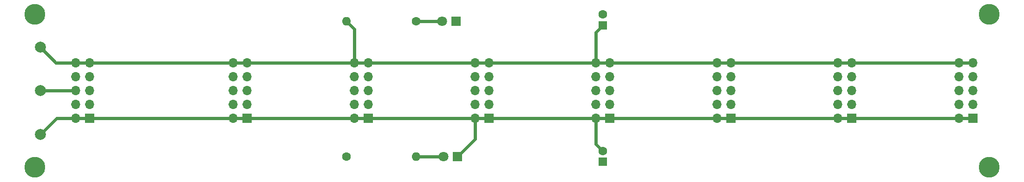
<source format=gtl>
G04 #@! TF.GenerationSoftware,KiCad,Pcbnew,(5.1.9)-1*
G04 #@! TF.CreationDate,2021-10-01T15:00:59+02:00*
G04 #@! TF.ProjectId,Distrib,44697374-7269-4622-9e6b-696361645f70,rev?*
G04 #@! TF.SameCoordinates,Original*
G04 #@! TF.FileFunction,Copper,L1,Top*
G04 #@! TF.FilePolarity,Positive*
%FSLAX46Y46*%
G04 Gerber Fmt 4.6, Leading zero omitted, Abs format (unit mm)*
G04 Created by KiCad (PCBNEW (5.1.9)-1) date 2021-10-01 15:00:59*
%MOMM*%
%LPD*%
G01*
G04 APERTURE LIST*
G04 #@! TA.AperFunction,ComponentPad*
%ADD10C,2.000000*%
G04 #@! TD*
G04 #@! TA.AperFunction,ComponentPad*
%ADD11O,1.600000X1.600000*%
G04 #@! TD*
G04 #@! TA.AperFunction,ComponentPad*
%ADD12C,1.600000*%
G04 #@! TD*
G04 #@! TA.AperFunction,ComponentPad*
%ADD13O,1.700000X1.700000*%
G04 #@! TD*
G04 #@! TA.AperFunction,ComponentPad*
%ADD14R,1.700000X1.700000*%
G04 #@! TD*
G04 #@! TA.AperFunction,ComponentPad*
%ADD15C,1.800000*%
G04 #@! TD*
G04 #@! TA.AperFunction,ComponentPad*
%ADD16R,1.800000X1.800000*%
G04 #@! TD*
G04 #@! TA.AperFunction,ComponentPad*
%ADD17R,1.600000X1.600000*%
G04 #@! TD*
G04 #@! TA.AperFunction,ViaPad*
%ADD18C,3.800000*%
G04 #@! TD*
G04 #@! TA.AperFunction,Conductor*
%ADD19C,0.600000*%
G04 #@! TD*
G04 APERTURE END LIST*
D10*
X55000000Y-79000000D03*
X55000000Y-70925000D03*
X55000000Y-63000000D03*
D11*
X123500000Y-83000000D03*
D12*
X110800000Y-83000000D03*
D11*
X110800000Y-58230000D03*
D12*
X123500000Y-58230000D03*
D13*
X61460000Y-65840000D03*
X64000000Y-65840000D03*
X61460000Y-68380000D03*
X64000000Y-68380000D03*
X61460000Y-70920000D03*
X64000000Y-70920000D03*
X61460000Y-73460000D03*
X64000000Y-73460000D03*
X61460000Y-76000000D03*
D14*
X64000000Y-76000000D03*
D13*
X90170000Y-65840000D03*
X92710000Y-65840000D03*
X90170000Y-68380000D03*
X92710000Y-68380000D03*
X90170000Y-70920000D03*
X92710000Y-70920000D03*
X90170000Y-73460000D03*
X92710000Y-73460000D03*
X90170000Y-76000000D03*
D14*
X92710000Y-76000000D03*
D13*
X222460000Y-65840000D03*
X225000000Y-65840000D03*
X222460000Y-68380000D03*
X225000000Y-68380000D03*
X222460000Y-70920000D03*
X225000000Y-70920000D03*
X222460000Y-73460000D03*
X225000000Y-73460000D03*
X222460000Y-76000000D03*
D14*
X225000000Y-76000000D03*
D13*
X112218333Y-65840000D03*
X114758333Y-65840000D03*
X112218333Y-68380000D03*
X114758333Y-68380000D03*
X112218333Y-70920000D03*
X114758333Y-70920000D03*
X112218333Y-73460000D03*
X114758333Y-73460000D03*
X112218333Y-76000000D03*
D14*
X114758333Y-76000000D03*
D13*
X156314999Y-65840000D03*
X158854999Y-65840000D03*
X156314999Y-68380000D03*
X158854999Y-68380000D03*
X156314999Y-70920000D03*
X158854999Y-70920000D03*
X156314999Y-73460000D03*
X158854999Y-73460000D03*
X156314999Y-76000000D03*
D14*
X158854999Y-76000000D03*
D13*
X134266666Y-65840000D03*
X136806666Y-65840000D03*
X134266666Y-68380000D03*
X136806666Y-68380000D03*
X134266666Y-70920000D03*
X136806666Y-70920000D03*
X134266666Y-73460000D03*
X136806666Y-73460000D03*
X134266666Y-76000000D03*
D14*
X136806666Y-76000000D03*
D13*
X200411665Y-65840000D03*
X202951665Y-65840000D03*
X200411665Y-68380000D03*
X202951665Y-68380000D03*
X200411665Y-70920000D03*
X202951665Y-70920000D03*
X200411665Y-73460000D03*
X202951665Y-73460000D03*
X200411665Y-76000000D03*
D14*
X202951665Y-76000000D03*
D13*
X178363332Y-65840000D03*
X180903332Y-65840000D03*
X178363332Y-68380000D03*
X180903332Y-68380000D03*
X178363332Y-70920000D03*
X180903332Y-70920000D03*
X178363332Y-73460000D03*
X180903332Y-73460000D03*
X178363332Y-76000000D03*
D14*
X180903332Y-76000000D03*
D15*
X128530000Y-83000000D03*
D16*
X131070000Y-83000000D03*
D15*
X128260000Y-58230000D03*
D16*
X130800000Y-58230000D03*
D12*
X157579999Y-82000000D03*
D17*
X157579999Y-84000000D03*
D12*
X157579999Y-57000000D03*
D17*
X157579999Y-59000000D03*
D18*
X54000000Y-57000000D03*
X228000000Y-85000000D03*
X228000000Y-57000000D03*
X54000000Y-85000000D03*
D19*
X55005000Y-70920000D02*
X55000000Y-70925000D01*
X61460000Y-70920000D02*
X55005000Y-70920000D01*
X57840000Y-65840000D02*
X55000000Y-63000000D01*
X61460000Y-65840000D02*
X57840000Y-65840000D01*
X61460000Y-65840000D02*
X64000000Y-65840000D01*
X64000000Y-65840000D02*
X90170000Y-65840000D01*
X90170000Y-65840000D02*
X92710000Y-65840000D01*
X92710000Y-65840000D02*
X112218333Y-65840000D01*
X112218333Y-65840000D02*
X114758333Y-65840000D01*
X114758333Y-65840000D02*
X134266666Y-65840000D01*
X134266666Y-65840000D02*
X136806666Y-65840000D01*
X136806666Y-65840000D02*
X156314999Y-65840000D01*
X158854999Y-65840000D02*
X156314999Y-65840000D01*
X158854999Y-65840000D02*
X178363332Y-65840000D01*
X178363332Y-65840000D02*
X180903332Y-65840000D01*
X180903332Y-65840000D02*
X200411665Y-65840000D01*
X200411665Y-65840000D02*
X202951665Y-65840000D01*
X202951665Y-65840000D02*
X222460000Y-65840000D01*
X222460000Y-65840000D02*
X225000000Y-65840000D01*
X156314999Y-60265000D02*
X157579999Y-59000000D01*
X156314999Y-65840000D02*
X156314999Y-60265000D01*
X112218333Y-59648333D02*
X110800000Y-58230000D01*
X112218333Y-65840000D02*
X112218333Y-59648333D01*
X58000000Y-76000000D02*
X55000000Y-79000000D01*
X61460000Y-76000000D02*
X58000000Y-76000000D01*
X61460000Y-76000000D02*
X64000000Y-76000000D01*
X158854999Y-76000000D02*
X156314999Y-76000000D01*
X225000000Y-76000000D02*
X222460000Y-76000000D01*
X222460000Y-76000000D02*
X202951665Y-76000000D01*
X202951665Y-76000000D02*
X200411665Y-76000000D01*
X200411665Y-76000000D02*
X180903332Y-76000000D01*
X178363332Y-76000000D02*
X180903332Y-76000000D01*
X178363332Y-76000000D02*
X158854999Y-76000000D01*
X156314999Y-76000000D02*
X136806666Y-76000000D01*
X136806666Y-76000000D02*
X134266666Y-76000000D01*
X134266666Y-76000000D02*
X114758333Y-76000000D01*
X114758333Y-76000000D02*
X112218333Y-76000000D01*
X112218333Y-76000000D02*
X92710000Y-76000000D01*
X92710000Y-76000000D02*
X90170000Y-76000000D01*
X90170000Y-76000000D02*
X64000000Y-76000000D01*
X134266666Y-79803334D02*
X131070000Y-83000000D01*
X134266666Y-76000000D02*
X134266666Y-79803334D01*
X156314999Y-80735000D02*
X157579999Y-82000000D01*
X156314999Y-76000000D02*
X156314999Y-80735000D01*
X123500000Y-58230000D02*
X128260000Y-58230000D01*
X128530000Y-83000000D02*
X123500000Y-83000000D01*
M02*

</source>
